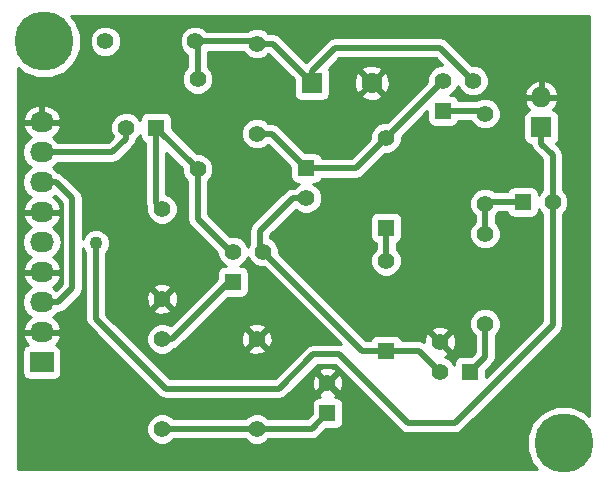
<source format=gbl>
G04 #@! TF.FileFunction,Copper,L2,Bot,Signal*
%FSLAX45Y45*%
G04 Gerber Fmt 4.5, Leading zero omitted, Abs format (unit mm)*
G04 Created by KiCad (PCBNEW (2015-01-25 BZR 5388)-product) date Mo 03 Aug 2015 14:18:17 CEST*
%MOMM*%
G01*
G04 APERTURE LIST*
%ADD10C,0.150000*%
%ADD11C,5.001260*%
%ADD12C,1.397000*%
%ADD13R,1.422400X1.422400*%
%ADD14C,1.422400*%
%ADD15R,2.032000X1.727200*%
%ADD16O,2.032000X1.727200*%
%ADD17R,1.727200X1.727200*%
%ADD18O,1.727200X1.727200*%
%ADD19R,1.397000X1.397000*%
%ADD20R,1.778000X1.778000*%
%ADD21C,1.778000*%
%ADD22C,1.089660*%
%ADD23C,0.508000*%
%ADD24C,0.254000*%
G04 APERTURE END LIST*
D10*
D11*
X17100042Y-9900158D03*
X12700000Y-6499860D03*
D12*
X13999972Y-6818884D03*
X13999972Y-7580884D03*
X16433800Y-7112000D03*
X16433800Y-7874000D03*
X16433800Y-8128000D03*
X16433800Y-8890000D03*
X13699998Y-7918958D03*
X13699998Y-8680958D03*
X14500098Y-6518910D03*
X14500098Y-7280910D03*
X13218922Y-6500114D03*
X13980922Y-6500114D03*
X13699998Y-9019032D03*
X13699998Y-9781032D03*
X14500098Y-9781032D03*
X14500098Y-9019032D03*
D13*
X15595600Y-9118600D03*
D14*
X15595600Y-8356600D03*
D13*
X15595600Y-8077200D03*
D14*
X15595600Y-7315200D03*
D15*
X12680000Y-9216000D03*
D16*
X12680000Y-8962000D03*
X12680000Y-8708000D03*
X12680000Y-8454000D03*
X12680000Y-8200000D03*
X12680000Y-7946000D03*
X12680000Y-7692000D03*
X12680000Y-7438000D03*
X12680000Y-7184000D03*
D17*
X16910000Y-7227000D03*
D18*
X16910000Y-6973000D03*
D19*
X13647000Y-7230000D03*
D12*
X13393000Y-7230000D03*
D19*
X14920000Y-7573000D03*
D12*
X14920000Y-7827000D03*
D19*
X15100000Y-9647000D03*
D12*
X15100000Y-9393000D03*
D20*
X14966000Y-6850000D03*
D21*
X15474000Y-6850000D03*
D19*
X16753000Y-7860000D03*
D12*
X17007000Y-7860000D03*
D19*
X16306800Y-9296400D03*
D12*
X16052800Y-9296400D03*
X16052800Y-9042400D03*
D19*
X16078200Y-7086600D03*
D12*
X16078200Y-6832600D03*
X16332200Y-6832600D03*
D19*
X14300200Y-8534400D03*
D12*
X14300200Y-8280400D03*
X14554200Y-8280400D03*
D22*
X13140000Y-8210000D03*
D23*
X13999972Y-7999984D02*
X14273022Y-8273034D01*
X13999972Y-7580884D02*
X13999972Y-7999984D01*
X13647000Y-7230000D02*
X13649088Y-7230000D01*
X13649088Y-7230000D02*
X13999972Y-7580884D01*
X13647000Y-7230000D02*
X13647000Y-7865960D01*
X13647000Y-7865960D02*
X13699998Y-7918958D01*
X13278000Y-7438000D02*
X13393000Y-7323000D01*
X13393000Y-7323000D02*
X13393000Y-7230000D01*
X12680000Y-7438000D02*
X13278000Y-7438000D01*
X15595600Y-7315200D02*
X16078200Y-6832600D01*
X14920000Y-7573000D02*
X15337800Y-7573000D01*
X15337800Y-7573000D02*
X15595600Y-7315200D01*
X14627910Y-7280910D02*
X14920000Y-7573000D01*
X14500098Y-7280910D02*
X14627910Y-7280910D01*
X15595600Y-9118600D02*
X15875000Y-9118600D01*
X15875000Y-9118600D02*
X16052800Y-9296400D01*
X14527022Y-8273034D02*
X14546834Y-8273034D01*
X14546834Y-8273034D02*
X15392400Y-9118600D01*
X15392400Y-9118600D02*
X15595600Y-9118600D01*
X14920000Y-7827000D02*
X14804400Y-7827000D01*
X14527022Y-8104378D02*
X14527022Y-8273034D01*
X14804400Y-7827000D02*
X14527022Y-8104378D01*
X13699998Y-9781032D02*
X14500098Y-9781032D01*
X14965968Y-9781032D02*
X15100000Y-9647000D01*
X14500098Y-9781032D02*
X14965968Y-9781032D01*
X14966000Y-6850000D02*
X14966000Y-6751000D01*
X16052800Y-6553200D02*
X16332200Y-6832600D01*
X15163800Y-6553200D02*
X16052800Y-6553200D01*
X14966000Y-6751000D02*
X15163800Y-6553200D01*
X14966000Y-6850000D02*
X15019400Y-6850000D01*
X13999972Y-6519164D02*
X13980922Y-6500114D01*
X13980922Y-6500114D02*
X14481302Y-6500114D01*
X13999972Y-6818884D02*
X13999972Y-6519164D01*
X14634910Y-6518910D02*
X14966000Y-6850000D01*
X14500098Y-6518910D02*
X14634910Y-6518910D01*
X14966000Y-6850000D02*
X15020000Y-6850000D01*
X16433800Y-7874000D02*
X16433800Y-8128000D01*
X16753000Y-7860000D02*
X16447800Y-7860000D01*
X16447800Y-7860000D02*
X16433800Y-7874000D01*
X17007000Y-7463000D02*
X16910000Y-7366000D01*
X16910000Y-7366000D02*
X16910000Y-7227000D01*
X17007000Y-7860000D02*
X17007000Y-7463000D01*
X17007000Y-8903000D02*
X16180000Y-9730000D01*
X16180000Y-9730000D02*
X15780000Y-9730000D01*
X15780000Y-9730000D02*
X15200000Y-9150000D01*
X15200000Y-9150000D02*
X14980000Y-9150000D01*
X14980000Y-9150000D02*
X14690000Y-9440000D01*
X14690000Y-9440000D02*
X13730000Y-9440000D01*
X13730000Y-9440000D02*
X13140000Y-8850000D01*
X13140000Y-8850000D02*
X13140000Y-8210000D01*
X17007000Y-7860000D02*
X17007000Y-8903000D01*
X15595600Y-8077200D02*
X15595600Y-8356600D01*
X12680000Y-7692000D02*
X12802000Y-7692000D01*
X12822000Y-8708000D02*
X12680000Y-8708000D01*
X12940000Y-8590000D02*
X12822000Y-8708000D01*
X12940000Y-7830000D02*
X12940000Y-8590000D01*
X12802000Y-7692000D02*
X12940000Y-7830000D01*
X13781024Y-9019032D02*
X14273022Y-8527034D01*
X13699998Y-9019032D02*
X13781024Y-9019032D01*
X16078200Y-7086600D02*
X16408400Y-7086600D01*
X16408400Y-7086600D02*
X16433800Y-7112000D01*
X16433800Y-8890000D02*
X16433800Y-9169400D01*
X16433800Y-9169400D02*
X16306800Y-9296400D01*
D24*
G36*
X15211455Y-9063379D02*
X15200000Y-9061100D01*
X14980000Y-9061100D01*
X14945979Y-9067867D01*
X14917138Y-9087138D01*
X14653176Y-9351100D01*
X14634691Y-9351100D01*
X14634691Y-9038284D01*
X14631813Y-8985312D01*
X14617078Y-8949739D01*
X14593517Y-8943574D01*
X14575556Y-8961534D01*
X14575556Y-8925613D01*
X14569391Y-8902052D01*
X14519350Y-8884439D01*
X14466378Y-8887317D01*
X14430805Y-8902052D01*
X14424640Y-8925613D01*
X14500098Y-9001072D01*
X14575556Y-8925613D01*
X14575556Y-8961534D01*
X14518058Y-9019032D01*
X14593517Y-9094490D01*
X14617078Y-9088325D01*
X14634691Y-9038284D01*
X14634691Y-9351100D01*
X14575556Y-9351100D01*
X14575556Y-9112451D01*
X14500098Y-9036993D01*
X14482137Y-9054953D01*
X14482137Y-9019032D01*
X14406679Y-8943574D01*
X14383118Y-8949739D01*
X14365505Y-8999780D01*
X14368383Y-9052752D01*
X14383118Y-9088325D01*
X14406679Y-9094490D01*
X14482137Y-9019032D01*
X14482137Y-9054953D01*
X14424640Y-9112451D01*
X14430805Y-9136012D01*
X14480846Y-9153625D01*
X14533818Y-9150747D01*
X14569391Y-9136012D01*
X14575556Y-9112451D01*
X14575556Y-9351100D01*
X13766824Y-9351100D01*
X13228900Y-8813176D01*
X13228900Y-8287963D01*
X13239963Y-8276919D01*
X13257962Y-8233571D01*
X13258003Y-8186635D01*
X13240079Y-8143255D01*
X13206919Y-8110037D01*
X13163571Y-8092037D01*
X13116635Y-8091997D01*
X13073255Y-8109921D01*
X13040037Y-8143081D01*
X13028900Y-8169902D01*
X13028900Y-7830000D01*
X13022133Y-7795979D01*
X13022133Y-7795979D01*
X13002862Y-7767138D01*
X12864862Y-7629138D01*
X12836021Y-7609867D01*
X12817967Y-7606276D01*
X12804441Y-7586033D01*
X12772963Y-7565000D01*
X12804441Y-7543967D01*
X12815845Y-7526900D01*
X13278000Y-7526900D01*
X13312020Y-7520133D01*
X13312021Y-7520133D01*
X13340862Y-7500862D01*
X13455862Y-7385862D01*
X13475133Y-7357021D01*
X13475133Y-7357020D01*
X13480243Y-7331330D01*
X13480243Y-7331330D01*
X13505983Y-7305635D01*
X13512406Y-7290166D01*
X13512406Y-7299850D01*
X13517104Y-7324062D01*
X13531083Y-7345343D01*
X13552186Y-7359588D01*
X13558100Y-7360774D01*
X13558100Y-7865960D01*
X13564867Y-7899981D01*
X13566662Y-7902667D01*
X13566662Y-7902667D01*
X13566625Y-7945367D01*
X13586883Y-7994396D01*
X13624363Y-8031941D01*
X13673357Y-8052285D01*
X13726407Y-8052331D01*
X13775436Y-8032073D01*
X13812981Y-7994593D01*
X13833325Y-7945599D01*
X13833371Y-7892549D01*
X13813113Y-7843520D01*
X13775633Y-7805975D01*
X13735900Y-7789476D01*
X13735900Y-7442536D01*
X13866628Y-7573264D01*
X13866599Y-7607293D01*
X13886857Y-7656322D01*
X13911072Y-7680579D01*
X13911072Y-7999984D01*
X13917839Y-8034005D01*
X13937110Y-8062846D01*
X14166839Y-8292575D01*
X14166827Y-8306809D01*
X14187085Y-8355838D01*
X14224565Y-8393383D01*
X14240034Y-8399806D01*
X14230350Y-8399806D01*
X14206138Y-8404504D01*
X14184857Y-8418483D01*
X14170612Y-8439586D01*
X14165606Y-8464550D01*
X14165606Y-8508726D01*
X13834591Y-8839742D01*
X13834591Y-8700210D01*
X13831713Y-8647238D01*
X13816978Y-8611665D01*
X13793417Y-8605500D01*
X13775456Y-8623460D01*
X13775456Y-8587539D01*
X13769291Y-8563978D01*
X13719250Y-8546365D01*
X13666278Y-8549243D01*
X13630705Y-8563978D01*
X13624540Y-8587539D01*
X13699998Y-8662998D01*
X13775456Y-8587539D01*
X13775456Y-8623460D01*
X13717958Y-8680958D01*
X13793417Y-8756416D01*
X13816978Y-8750251D01*
X13834591Y-8700210D01*
X13834591Y-8839742D01*
X13775456Y-8898876D01*
X13775456Y-8774377D01*
X13699998Y-8698919D01*
X13682037Y-8716879D01*
X13682037Y-8680958D01*
X13606579Y-8605500D01*
X13583018Y-8611665D01*
X13565405Y-8661706D01*
X13568283Y-8714678D01*
X13583018Y-8750251D01*
X13606579Y-8756416D01*
X13682037Y-8680958D01*
X13682037Y-8716879D01*
X13624540Y-8774377D01*
X13630705Y-8797938D01*
X13680746Y-8815551D01*
X13733718Y-8812673D01*
X13769291Y-8797938D01*
X13775456Y-8774377D01*
X13775456Y-8898876D01*
X13770440Y-8903893D01*
X13726639Y-8885705D01*
X13673589Y-8885659D01*
X13624560Y-8905917D01*
X13587015Y-8943397D01*
X13566671Y-8992391D01*
X13566625Y-9045441D01*
X13586883Y-9094470D01*
X13624363Y-9132015D01*
X13673357Y-9152359D01*
X13726407Y-9152405D01*
X13775436Y-9132147D01*
X13804338Y-9103294D01*
X13815044Y-9101165D01*
X13815045Y-9101165D01*
X13843886Y-9081894D01*
X14256786Y-8668994D01*
X14370050Y-8668994D01*
X14394262Y-8664296D01*
X14415543Y-8650317D01*
X14429788Y-8629214D01*
X14434794Y-8604250D01*
X14434794Y-8464550D01*
X14430096Y-8440338D01*
X14416117Y-8419057D01*
X14395014Y-8404812D01*
X14370050Y-8399806D01*
X14360412Y-8399806D01*
X14375638Y-8393515D01*
X14413183Y-8356035D01*
X14427209Y-8322255D01*
X14441085Y-8355838D01*
X14478565Y-8393383D01*
X14527559Y-8413727D01*
X14561833Y-8413757D01*
X15211455Y-9063379D01*
X15211455Y-9063379D01*
G37*
X15211455Y-9063379D02*
X15200000Y-9061100D01*
X14980000Y-9061100D01*
X14945979Y-9067867D01*
X14917138Y-9087138D01*
X14653176Y-9351100D01*
X14634691Y-9351100D01*
X14634691Y-9038284D01*
X14631813Y-8985312D01*
X14617078Y-8949739D01*
X14593517Y-8943574D01*
X14575556Y-8961534D01*
X14575556Y-8925613D01*
X14569391Y-8902052D01*
X14519350Y-8884439D01*
X14466378Y-8887317D01*
X14430805Y-8902052D01*
X14424640Y-8925613D01*
X14500098Y-9001072D01*
X14575556Y-8925613D01*
X14575556Y-8961534D01*
X14518058Y-9019032D01*
X14593517Y-9094490D01*
X14617078Y-9088325D01*
X14634691Y-9038284D01*
X14634691Y-9351100D01*
X14575556Y-9351100D01*
X14575556Y-9112451D01*
X14500098Y-9036993D01*
X14482137Y-9054953D01*
X14482137Y-9019032D01*
X14406679Y-8943574D01*
X14383118Y-8949739D01*
X14365505Y-8999780D01*
X14368383Y-9052752D01*
X14383118Y-9088325D01*
X14406679Y-9094490D01*
X14482137Y-9019032D01*
X14482137Y-9054953D01*
X14424640Y-9112451D01*
X14430805Y-9136012D01*
X14480846Y-9153625D01*
X14533818Y-9150747D01*
X14569391Y-9136012D01*
X14575556Y-9112451D01*
X14575556Y-9351100D01*
X13766824Y-9351100D01*
X13228900Y-8813176D01*
X13228900Y-8287963D01*
X13239963Y-8276919D01*
X13257962Y-8233571D01*
X13258003Y-8186635D01*
X13240079Y-8143255D01*
X13206919Y-8110037D01*
X13163571Y-8092037D01*
X13116635Y-8091997D01*
X13073255Y-8109921D01*
X13040037Y-8143081D01*
X13028900Y-8169902D01*
X13028900Y-7830000D01*
X13022133Y-7795979D01*
X13022133Y-7795979D01*
X13002862Y-7767138D01*
X12864862Y-7629138D01*
X12836021Y-7609867D01*
X12817967Y-7606276D01*
X12804441Y-7586033D01*
X12772963Y-7565000D01*
X12804441Y-7543967D01*
X12815845Y-7526900D01*
X13278000Y-7526900D01*
X13312020Y-7520133D01*
X13312021Y-7520133D01*
X13340862Y-7500862D01*
X13455862Y-7385862D01*
X13475133Y-7357021D01*
X13475133Y-7357020D01*
X13480243Y-7331330D01*
X13480243Y-7331330D01*
X13505983Y-7305635D01*
X13512406Y-7290166D01*
X13512406Y-7299850D01*
X13517104Y-7324062D01*
X13531083Y-7345343D01*
X13552186Y-7359588D01*
X13558100Y-7360774D01*
X13558100Y-7865960D01*
X13564867Y-7899981D01*
X13566662Y-7902667D01*
X13566662Y-7902667D01*
X13566625Y-7945367D01*
X13586883Y-7994396D01*
X13624363Y-8031941D01*
X13673357Y-8052285D01*
X13726407Y-8052331D01*
X13775436Y-8032073D01*
X13812981Y-7994593D01*
X13833325Y-7945599D01*
X13833371Y-7892549D01*
X13813113Y-7843520D01*
X13775633Y-7805975D01*
X13735900Y-7789476D01*
X13735900Y-7442536D01*
X13866628Y-7573264D01*
X13866599Y-7607293D01*
X13886857Y-7656322D01*
X13911072Y-7680579D01*
X13911072Y-7999984D01*
X13917839Y-8034005D01*
X13937110Y-8062846D01*
X14166839Y-8292575D01*
X14166827Y-8306809D01*
X14187085Y-8355838D01*
X14224565Y-8393383D01*
X14240034Y-8399806D01*
X14230350Y-8399806D01*
X14206138Y-8404504D01*
X14184857Y-8418483D01*
X14170612Y-8439586D01*
X14165606Y-8464550D01*
X14165606Y-8508726D01*
X13834591Y-8839742D01*
X13834591Y-8700210D01*
X13831713Y-8647238D01*
X13816978Y-8611665D01*
X13793417Y-8605500D01*
X13775456Y-8623460D01*
X13775456Y-8587539D01*
X13769291Y-8563978D01*
X13719250Y-8546365D01*
X13666278Y-8549243D01*
X13630705Y-8563978D01*
X13624540Y-8587539D01*
X13699998Y-8662998D01*
X13775456Y-8587539D01*
X13775456Y-8623460D01*
X13717958Y-8680958D01*
X13793417Y-8756416D01*
X13816978Y-8750251D01*
X13834591Y-8700210D01*
X13834591Y-8839742D01*
X13775456Y-8898876D01*
X13775456Y-8774377D01*
X13699998Y-8698919D01*
X13682037Y-8716879D01*
X13682037Y-8680958D01*
X13606579Y-8605500D01*
X13583018Y-8611665D01*
X13565405Y-8661706D01*
X13568283Y-8714678D01*
X13583018Y-8750251D01*
X13606579Y-8756416D01*
X13682037Y-8680958D01*
X13682037Y-8716879D01*
X13624540Y-8774377D01*
X13630705Y-8797938D01*
X13680746Y-8815551D01*
X13733718Y-8812673D01*
X13769291Y-8797938D01*
X13775456Y-8774377D01*
X13775456Y-8898876D01*
X13770440Y-8903893D01*
X13726639Y-8885705D01*
X13673589Y-8885659D01*
X13624560Y-8905917D01*
X13587015Y-8943397D01*
X13566671Y-8992391D01*
X13566625Y-9045441D01*
X13586883Y-9094470D01*
X13624363Y-9132015D01*
X13673357Y-9152359D01*
X13726407Y-9152405D01*
X13775436Y-9132147D01*
X13804338Y-9103294D01*
X13815044Y-9101165D01*
X13815045Y-9101165D01*
X13843886Y-9081894D01*
X14256786Y-8668994D01*
X14370050Y-8668994D01*
X14394262Y-8664296D01*
X14415543Y-8650317D01*
X14429788Y-8629214D01*
X14434794Y-8604250D01*
X14434794Y-8464550D01*
X14430096Y-8440338D01*
X14416117Y-8419057D01*
X14395014Y-8404812D01*
X14370050Y-8399806D01*
X14360412Y-8399806D01*
X14375638Y-8393515D01*
X14413183Y-8356035D01*
X14427209Y-8322255D01*
X14441085Y-8355838D01*
X14478565Y-8393383D01*
X14527559Y-8413727D01*
X14561833Y-8413757D01*
X15211455Y-9063379D01*
G36*
X17317466Y-9674129D02*
X17277893Y-9634487D01*
X17162687Y-9586650D01*
X17140373Y-9586630D01*
X17140373Y-7833591D01*
X17120115Y-7784562D01*
X17095900Y-7760305D01*
X17095900Y-7463000D01*
X17089133Y-7428979D01*
X17089133Y-7428979D01*
X17069862Y-7400138D01*
X17034187Y-7364463D01*
X17041853Y-7359427D01*
X17056098Y-7338324D01*
X17061104Y-7313360D01*
X17061104Y-7140640D01*
X17056406Y-7116428D01*
X17042427Y-7095147D01*
X17021324Y-7080902D01*
X17012186Y-7079070D01*
X17038269Y-7050495D01*
X17055496Y-7008903D01*
X17055496Y-6937097D01*
X17038269Y-6895505D01*
X16998849Y-6852318D01*
X16945903Y-6827503D01*
X16922700Y-6839553D01*
X16922700Y-6960300D01*
X17043382Y-6960300D01*
X17055496Y-6937097D01*
X17055496Y-7008903D01*
X17043382Y-6985700D01*
X16922700Y-6985700D01*
X16922700Y-6987700D01*
X16897300Y-6987700D01*
X16897300Y-6985700D01*
X16897300Y-6960300D01*
X16897300Y-6839553D01*
X16874097Y-6827503D01*
X16821151Y-6852318D01*
X16781731Y-6895505D01*
X16764504Y-6937097D01*
X16776618Y-6960300D01*
X16897300Y-6960300D01*
X16897300Y-6985700D01*
X16776618Y-6985700D01*
X16764504Y-7008903D01*
X16781731Y-7050495D01*
X16807733Y-7078982D01*
X16799428Y-7080594D01*
X16778147Y-7094573D01*
X16763902Y-7115676D01*
X16758896Y-7140640D01*
X16758896Y-7313360D01*
X16763594Y-7337572D01*
X16777573Y-7358853D01*
X16798676Y-7373098D01*
X16823502Y-7378076D01*
X16827867Y-7400021D01*
X16847138Y-7428862D01*
X16918100Y-7499824D01*
X16918100Y-7760324D01*
X16894017Y-7784365D01*
X16887594Y-7799834D01*
X16887594Y-7790150D01*
X16882896Y-7765938D01*
X16868917Y-7744657D01*
X16847814Y-7730412D01*
X16822850Y-7725406D01*
X16683150Y-7725406D01*
X16658938Y-7730104D01*
X16637657Y-7744083D01*
X16623412Y-7765186D01*
X16622226Y-7771100D01*
X16519500Y-7771100D01*
X16509435Y-7761017D01*
X16460441Y-7740673D01*
X16407391Y-7740627D01*
X16358362Y-7760885D01*
X16320817Y-7798365D01*
X16300473Y-7847359D01*
X16300427Y-7900409D01*
X16320685Y-7949438D01*
X16344900Y-7973695D01*
X16344900Y-8028324D01*
X16320817Y-8052365D01*
X16300473Y-8101359D01*
X16300427Y-8154409D01*
X16320685Y-8203438D01*
X16358165Y-8240983D01*
X16407159Y-8261327D01*
X16460209Y-8261373D01*
X16509238Y-8241115D01*
X16546783Y-8203635D01*
X16567127Y-8154641D01*
X16567173Y-8101591D01*
X16546915Y-8052562D01*
X16522700Y-8028305D01*
X16522700Y-7973676D01*
X16546783Y-7949635D01*
X16547088Y-7948900D01*
X16622102Y-7948900D01*
X16623104Y-7954062D01*
X16637083Y-7975343D01*
X16658186Y-7989588D01*
X16683150Y-7994594D01*
X16822850Y-7994594D01*
X16847062Y-7989896D01*
X16868343Y-7975917D01*
X16882588Y-7954814D01*
X16887594Y-7929850D01*
X16887594Y-7920212D01*
X16893885Y-7935438D01*
X16918100Y-7959695D01*
X16918100Y-8866176D01*
X16441394Y-9342882D01*
X16441394Y-9287530D01*
X16496662Y-9232262D01*
X16515933Y-9203421D01*
X16515933Y-9203421D01*
X16522700Y-9169400D01*
X16522700Y-8989676D01*
X16546783Y-8965635D01*
X16567127Y-8916641D01*
X16567173Y-8863591D01*
X16546915Y-8814562D01*
X16509435Y-8777017D01*
X16460441Y-8756673D01*
X16407391Y-8756627D01*
X16358362Y-8776885D01*
X16320817Y-8814365D01*
X16300473Y-8863359D01*
X16300427Y-8916409D01*
X16320685Y-8965438D01*
X16344900Y-8989695D01*
X16344900Y-9132576D01*
X16315670Y-9161806D01*
X16236950Y-9161806D01*
X16212738Y-9166504D01*
X16191457Y-9180483D01*
X16187393Y-9186504D01*
X16187393Y-9061652D01*
X16184515Y-9008680D01*
X16169780Y-8973107D01*
X16146219Y-8966942D01*
X16128258Y-8984902D01*
X16128258Y-8948981D01*
X16122093Y-8925420D01*
X16072052Y-8907807D01*
X16019080Y-8910685D01*
X15983507Y-8925420D01*
X15977342Y-8948981D01*
X16052800Y-9024440D01*
X16128258Y-8948981D01*
X16128258Y-8984902D01*
X16070760Y-9042400D01*
X16146219Y-9117858D01*
X16169780Y-9111693D01*
X16187393Y-9061652D01*
X16187393Y-9186504D01*
X16177212Y-9201586D01*
X16172206Y-9226550D01*
X16172206Y-9236188D01*
X16165915Y-9220962D01*
X16128435Y-9183417D01*
X16096288Y-9170069D01*
X16122093Y-9159380D01*
X16128258Y-9135819D01*
X16052800Y-9060361D01*
X16051386Y-9061775D01*
X16033425Y-9043814D01*
X16034839Y-9042400D01*
X15959381Y-8966942D01*
X15935820Y-8973107D01*
X15918207Y-9023148D01*
X15919304Y-9043338D01*
X15909021Y-9036467D01*
X15875000Y-9029700D01*
X15731464Y-9029700D01*
X15731464Y-8148320D01*
X15731464Y-8006080D01*
X15726766Y-7981868D01*
X15712787Y-7960587D01*
X15691684Y-7946342D01*
X15666720Y-7941336D01*
X15524480Y-7941336D01*
X15500268Y-7946034D01*
X15478987Y-7960013D01*
X15464742Y-7981116D01*
X15459736Y-8006080D01*
X15459736Y-8148320D01*
X15464434Y-8172532D01*
X15478413Y-8193813D01*
X15499516Y-8208058D01*
X15506700Y-8209498D01*
X15506700Y-8255129D01*
X15481541Y-8280244D01*
X15461003Y-8329705D01*
X15460957Y-8383260D01*
X15481408Y-8432757D01*
X15519244Y-8470659D01*
X15568705Y-8491197D01*
X15622260Y-8491243D01*
X15671756Y-8470792D01*
X15709659Y-8432956D01*
X15730197Y-8383495D01*
X15730243Y-8329940D01*
X15709792Y-8280443D01*
X15684500Y-8255107D01*
X15684500Y-8209614D01*
X15690932Y-8208366D01*
X15712213Y-8194387D01*
X15726458Y-8173284D01*
X15731464Y-8148320D01*
X15731464Y-9029700D01*
X15728014Y-9029700D01*
X15726766Y-9023268D01*
X15712787Y-9001987D01*
X15691684Y-8987742D01*
X15666720Y-8982736D01*
X15524480Y-8982736D01*
X15500268Y-8987434D01*
X15478987Y-9001413D01*
X15464742Y-9022516D01*
X15463302Y-9029700D01*
X15429224Y-9029700D01*
X14687543Y-8288020D01*
X14687573Y-8253991D01*
X14667315Y-8204962D01*
X14629835Y-8167417D01*
X14615922Y-8161640D01*
X14615922Y-8141202D01*
X14830765Y-7926359D01*
X14844365Y-7939983D01*
X14893359Y-7960327D01*
X14946409Y-7960373D01*
X14995438Y-7940115D01*
X15032983Y-7902635D01*
X15053327Y-7853641D01*
X15053373Y-7800591D01*
X15033115Y-7751562D01*
X14995635Y-7714017D01*
X14980166Y-7707594D01*
X14989850Y-7707594D01*
X15014062Y-7702896D01*
X15035343Y-7688917D01*
X15049588Y-7667814D01*
X15050774Y-7661900D01*
X15337800Y-7661900D01*
X15371820Y-7655133D01*
X15371821Y-7655133D01*
X15400662Y-7635862D01*
X15586711Y-7449812D01*
X15622260Y-7449843D01*
X15671756Y-7429392D01*
X15709659Y-7391556D01*
X15730197Y-7342095D01*
X15730228Y-7306296D01*
X15943606Y-7092918D01*
X15943606Y-7156450D01*
X15948304Y-7180662D01*
X15962283Y-7201943D01*
X15983386Y-7216188D01*
X16008350Y-7221194D01*
X16148050Y-7221194D01*
X16172262Y-7216496D01*
X16193543Y-7202517D01*
X16207788Y-7181414D01*
X16208974Y-7175500D01*
X16315753Y-7175500D01*
X16320685Y-7187438D01*
X16358165Y-7224983D01*
X16407159Y-7245327D01*
X16460209Y-7245373D01*
X16509238Y-7225115D01*
X16546783Y-7187635D01*
X16567127Y-7138641D01*
X16567173Y-7085591D01*
X16546915Y-7036562D01*
X16509435Y-6999017D01*
X16460441Y-6978673D01*
X16407391Y-6978627D01*
X16361231Y-6997700D01*
X16209098Y-6997700D01*
X16208096Y-6992538D01*
X16194117Y-6971257D01*
X16173014Y-6957012D01*
X16148050Y-6952006D01*
X16138412Y-6952006D01*
X16153638Y-6945715D01*
X16191183Y-6908235D01*
X16205209Y-6874455D01*
X16219085Y-6908038D01*
X16256565Y-6945583D01*
X16305559Y-6965927D01*
X16358609Y-6965973D01*
X16407638Y-6945715D01*
X16445183Y-6908235D01*
X16465527Y-6859241D01*
X16465573Y-6806191D01*
X16445315Y-6757162D01*
X16407835Y-6719617D01*
X16358841Y-6699273D01*
X16324567Y-6699243D01*
X16115662Y-6490338D01*
X16086821Y-6471067D01*
X16052800Y-6464300D01*
X15163800Y-6464300D01*
X15129779Y-6471067D01*
X15100938Y-6490338D01*
X14916500Y-6674776D01*
X14697772Y-6456048D01*
X14668931Y-6436777D01*
X14634910Y-6430010D01*
X14599774Y-6430010D01*
X14575733Y-6405927D01*
X14526739Y-6385583D01*
X14473689Y-6385537D01*
X14424660Y-6405795D01*
X14419232Y-6411214D01*
X14080598Y-6411214D01*
X14056557Y-6387131D01*
X14007563Y-6366787D01*
X13954513Y-6366741D01*
X13905484Y-6386999D01*
X13867939Y-6424479D01*
X13847595Y-6473473D01*
X13847549Y-6526523D01*
X13867807Y-6575552D01*
X13905287Y-6613097D01*
X13911072Y-6615499D01*
X13911072Y-6719208D01*
X13886989Y-6743249D01*
X13866645Y-6792243D01*
X13866599Y-6845293D01*
X13886857Y-6894322D01*
X13924337Y-6931867D01*
X13973331Y-6952211D01*
X14026381Y-6952257D01*
X14075410Y-6931999D01*
X14112955Y-6894519D01*
X14133299Y-6845525D01*
X14133345Y-6792475D01*
X14113087Y-6743446D01*
X14088872Y-6719189D01*
X14088872Y-6589014D01*
X14384779Y-6589014D01*
X14386983Y-6594348D01*
X14424463Y-6631893D01*
X14473457Y-6652237D01*
X14526507Y-6652283D01*
X14575536Y-6632025D01*
X14598939Y-6608662D01*
X14812356Y-6822080D01*
X14812356Y-6938900D01*
X14817054Y-6963112D01*
X14831033Y-6984393D01*
X14852136Y-6998638D01*
X14877100Y-7003644D01*
X15054900Y-7003644D01*
X15079112Y-6998946D01*
X15100393Y-6984967D01*
X15114638Y-6963864D01*
X15119644Y-6938900D01*
X15119644Y-6761100D01*
X15114946Y-6736888D01*
X15111334Y-6731389D01*
X15200624Y-6642100D01*
X16015976Y-6642100D01*
X16073122Y-6699245D01*
X16051791Y-6699227D01*
X16002762Y-6719485D01*
X15965217Y-6756965D01*
X15944873Y-6805959D01*
X15944843Y-6840233D01*
X15627552Y-7157525D01*
X15627552Y-6873803D01*
X15624972Y-6813230D01*
X15606754Y-6769247D01*
X15581220Y-6760741D01*
X15563259Y-6778701D01*
X15563259Y-6742780D01*
X15554753Y-6717246D01*
X15497803Y-6696448D01*
X15437230Y-6699028D01*
X15393247Y-6717246D01*
X15384741Y-6742780D01*
X15474000Y-6832039D01*
X15563259Y-6742780D01*
X15563259Y-6778701D01*
X15491960Y-6850000D01*
X15581220Y-6939259D01*
X15606754Y-6930753D01*
X15627552Y-6873803D01*
X15627552Y-7157525D01*
X15604489Y-7180588D01*
X15568940Y-7180557D01*
X15563259Y-7182904D01*
X15563259Y-6957220D01*
X15474000Y-6867960D01*
X15456039Y-6885921D01*
X15456039Y-6850000D01*
X15366780Y-6760741D01*
X15341246Y-6769247D01*
X15320448Y-6826196D01*
X15323028Y-6886770D01*
X15341246Y-6930753D01*
X15366780Y-6939259D01*
X15456039Y-6850000D01*
X15456039Y-6885921D01*
X15384741Y-6957220D01*
X15393247Y-6982754D01*
X15450196Y-7003552D01*
X15510770Y-7000972D01*
X15554753Y-6982754D01*
X15563259Y-6957220D01*
X15563259Y-7182904D01*
X15519443Y-7201008D01*
X15481541Y-7238844D01*
X15461003Y-7288305D01*
X15460972Y-7324104D01*
X15300976Y-7484100D01*
X15050898Y-7484100D01*
X15049896Y-7478938D01*
X15035917Y-7457657D01*
X15014814Y-7443412D01*
X14989850Y-7438406D01*
X14911130Y-7438406D01*
X14690772Y-7218048D01*
X14661931Y-7198777D01*
X14627910Y-7192010D01*
X14599774Y-7192010D01*
X14575733Y-7167927D01*
X14526739Y-7147583D01*
X14473689Y-7147537D01*
X14424660Y-7167795D01*
X14387115Y-7205275D01*
X14366771Y-7254269D01*
X14366725Y-7307319D01*
X14386983Y-7356348D01*
X14424463Y-7393893D01*
X14473457Y-7414237D01*
X14526507Y-7414283D01*
X14575536Y-7394025D01*
X14595436Y-7374159D01*
X14785406Y-7564130D01*
X14785406Y-7642850D01*
X14790104Y-7667062D01*
X14804083Y-7688343D01*
X14825186Y-7702588D01*
X14850150Y-7707594D01*
X14859788Y-7707594D01*
X14844562Y-7713885D01*
X14820305Y-7738100D01*
X14804400Y-7738100D01*
X14770379Y-7744867D01*
X14741538Y-7764138D01*
X14464160Y-8041516D01*
X14444889Y-8070357D01*
X14438122Y-8104378D01*
X14438122Y-8212219D01*
X14427191Y-8238545D01*
X14413315Y-8204962D01*
X14375835Y-8167417D01*
X14326841Y-8147073D01*
X14273791Y-8147027D01*
X14273046Y-8147335D01*
X14088872Y-7963160D01*
X14088872Y-7680560D01*
X14112955Y-7656519D01*
X14133299Y-7607525D01*
X14133345Y-7554475D01*
X14113087Y-7505446D01*
X14075607Y-7467901D01*
X14026613Y-7447557D01*
X13992339Y-7447527D01*
X13781594Y-7236782D01*
X13781594Y-7160150D01*
X13776896Y-7135938D01*
X13762917Y-7114657D01*
X13741814Y-7100412D01*
X13716850Y-7095406D01*
X13577150Y-7095406D01*
X13552938Y-7100104D01*
X13531657Y-7114083D01*
X13517412Y-7135186D01*
X13512406Y-7160150D01*
X13512406Y-7169788D01*
X13506115Y-7154562D01*
X13468635Y-7117017D01*
X13419641Y-7096673D01*
X13366591Y-7096627D01*
X13352295Y-7102534D01*
X13352295Y-6473705D01*
X13332037Y-6424676D01*
X13294557Y-6387131D01*
X13245563Y-6366787D01*
X13192513Y-6366741D01*
X13143484Y-6386999D01*
X13105939Y-6424479D01*
X13085595Y-6473473D01*
X13085549Y-6526523D01*
X13105807Y-6575552D01*
X13143287Y-6613097D01*
X13192281Y-6633441D01*
X13245331Y-6633487D01*
X13294360Y-6613229D01*
X13331905Y-6575749D01*
X13352249Y-6526755D01*
X13352295Y-6473705D01*
X13352295Y-7102534D01*
X13317562Y-7116885D01*
X13280017Y-7154365D01*
X13259673Y-7203359D01*
X13259627Y-7256409D01*
X13279885Y-7305438D01*
X13282360Y-7307917D01*
X13241176Y-7349100D01*
X12815845Y-7349100D01*
X12804441Y-7332033D01*
X12773493Y-7311354D01*
X12815073Y-7274204D01*
X12840471Y-7221479D01*
X12840736Y-7219903D01*
X12840736Y-7148097D01*
X12840471Y-7146521D01*
X12815073Y-7093796D01*
X12771432Y-7054805D01*
X12716191Y-7035482D01*
X12692700Y-7049908D01*
X12692700Y-7171300D01*
X12828622Y-7171300D01*
X12840736Y-7148097D01*
X12840736Y-7219903D01*
X12828622Y-7196700D01*
X12692700Y-7196700D01*
X12692700Y-7198700D01*
X12667300Y-7198700D01*
X12667300Y-7196700D01*
X12667300Y-7171300D01*
X12667300Y-7049908D01*
X12643809Y-7035482D01*
X12588568Y-7054805D01*
X12544927Y-7093796D01*
X12519529Y-7146521D01*
X12519264Y-7148097D01*
X12531378Y-7171300D01*
X12667300Y-7171300D01*
X12667300Y-7196700D01*
X12531378Y-7196700D01*
X12519264Y-7219903D01*
X12519529Y-7221479D01*
X12544927Y-7274204D01*
X12586507Y-7311354D01*
X12555558Y-7332033D01*
X12523073Y-7380651D01*
X12511665Y-7438000D01*
X12523073Y-7495349D01*
X12555558Y-7543967D01*
X12587036Y-7565000D01*
X12555558Y-7586033D01*
X12523073Y-7634651D01*
X12511665Y-7692000D01*
X12523073Y-7749349D01*
X12555558Y-7797967D01*
X12586507Y-7818646D01*
X12544927Y-7855796D01*
X12519529Y-7908521D01*
X12519264Y-7910097D01*
X12531378Y-7933300D01*
X12667300Y-7933300D01*
X12667300Y-7931300D01*
X12692700Y-7931300D01*
X12692700Y-7933300D01*
X12828622Y-7933300D01*
X12840736Y-7910097D01*
X12840471Y-7908521D01*
X12815073Y-7855796D01*
X12773493Y-7818646D01*
X12791135Y-7806858D01*
X12851100Y-7866824D01*
X12851100Y-8553176D01*
X12848334Y-8555942D01*
X12848334Y-8200000D01*
X12836927Y-8142651D01*
X12804441Y-8094033D01*
X12773493Y-8073354D01*
X12815073Y-8036204D01*
X12840471Y-7983479D01*
X12840736Y-7981903D01*
X12828622Y-7958700D01*
X12692700Y-7958700D01*
X12692700Y-7960700D01*
X12667300Y-7960700D01*
X12667300Y-7958700D01*
X12531378Y-7958700D01*
X12519264Y-7981903D01*
X12519529Y-7983479D01*
X12544927Y-8036204D01*
X12586507Y-8073354D01*
X12555558Y-8094033D01*
X12523073Y-8142651D01*
X12511665Y-8200000D01*
X12523073Y-8257349D01*
X12555558Y-8305967D01*
X12586507Y-8326646D01*
X12544927Y-8363796D01*
X12519529Y-8416521D01*
X12519264Y-8418097D01*
X12531378Y-8441300D01*
X12667300Y-8441300D01*
X12667300Y-8439300D01*
X12692700Y-8439300D01*
X12692700Y-8441300D01*
X12828622Y-8441300D01*
X12840736Y-8418097D01*
X12840471Y-8416521D01*
X12815073Y-8363796D01*
X12773493Y-8326646D01*
X12804441Y-8305967D01*
X12836927Y-8257349D01*
X12848334Y-8200000D01*
X12848334Y-8555942D01*
X12803124Y-8601153D01*
X12773493Y-8581354D01*
X12815073Y-8544204D01*
X12840471Y-8491479D01*
X12840736Y-8489903D01*
X12828622Y-8466700D01*
X12692700Y-8466700D01*
X12692700Y-8468700D01*
X12667300Y-8468700D01*
X12667300Y-8466700D01*
X12531378Y-8466700D01*
X12519264Y-8489903D01*
X12519529Y-8491479D01*
X12544927Y-8544204D01*
X12586507Y-8581354D01*
X12555558Y-8602033D01*
X12523073Y-8650651D01*
X12511665Y-8708000D01*
X12523073Y-8765349D01*
X12555558Y-8813967D01*
X12586507Y-8834646D01*
X12544927Y-8871796D01*
X12519529Y-8924521D01*
X12519264Y-8926097D01*
X12531378Y-8949300D01*
X12667300Y-8949300D01*
X12667300Y-8947300D01*
X12692700Y-8947300D01*
X12692700Y-8949300D01*
X12828622Y-8949300D01*
X12840736Y-8926097D01*
X12840471Y-8924521D01*
X12815073Y-8871796D01*
X12773493Y-8834646D01*
X12804441Y-8813967D01*
X12815845Y-8796900D01*
X12822000Y-8796900D01*
X12856020Y-8790133D01*
X12856021Y-8790133D01*
X12884862Y-8770862D01*
X13002862Y-8652862D01*
X13022133Y-8624021D01*
X13022133Y-8624021D01*
X13028900Y-8590000D01*
X13028900Y-8250073D01*
X13039921Y-8276745D01*
X13051100Y-8287944D01*
X13051100Y-8850000D01*
X13057867Y-8884021D01*
X13077138Y-8912862D01*
X13667138Y-9502862D01*
X13695979Y-9522133D01*
X13695979Y-9522133D01*
X13730000Y-9528900D01*
X14690000Y-9528900D01*
X14724020Y-9522133D01*
X14724021Y-9522133D01*
X14752862Y-9502862D01*
X15016824Y-9238900D01*
X15163176Y-9238900D01*
X15717138Y-9792862D01*
X15745979Y-9812133D01*
X15745979Y-9812133D01*
X15780000Y-9818900D01*
X16180000Y-9818900D01*
X16214020Y-9812133D01*
X16214021Y-9812133D01*
X16242862Y-9792862D01*
X17069862Y-8965862D01*
X17089133Y-8937021D01*
X17089133Y-8937021D01*
X17095900Y-8903000D01*
X17095900Y-7959676D01*
X17119983Y-7935635D01*
X17140327Y-7886641D01*
X17140373Y-7833591D01*
X17140373Y-9586630D01*
X17037944Y-9586541D01*
X16922655Y-9634177D01*
X16834371Y-9722307D01*
X16786534Y-9837513D01*
X16786425Y-9962256D01*
X16834061Y-10077545D01*
X16873775Y-10117328D01*
X15234594Y-10117328D01*
X15234594Y-9716850D01*
X15234594Y-9577150D01*
X15234593Y-9577143D01*
X15234593Y-9412252D01*
X15231715Y-9359280D01*
X15216980Y-9323707D01*
X15193419Y-9317542D01*
X15175458Y-9335502D01*
X15175458Y-9299581D01*
X15169293Y-9276020D01*
X15119252Y-9258407D01*
X15066280Y-9261285D01*
X15030707Y-9276020D01*
X15024542Y-9299581D01*
X15100000Y-9375040D01*
X15175458Y-9299581D01*
X15175458Y-9335502D01*
X15117960Y-9393000D01*
X15193419Y-9468458D01*
X15216980Y-9462293D01*
X15234593Y-9412252D01*
X15234593Y-9577143D01*
X15229896Y-9552938D01*
X15215917Y-9531657D01*
X15194814Y-9517412D01*
X15169850Y-9512406D01*
X15163436Y-9512406D01*
X15169293Y-9509980D01*
X15175458Y-9486419D01*
X15100000Y-9410961D01*
X15082039Y-9428921D01*
X15082039Y-9393000D01*
X15006581Y-9317542D01*
X14983020Y-9323707D01*
X14965407Y-9373748D01*
X14968285Y-9426720D01*
X14983020Y-9462293D01*
X15006581Y-9468458D01*
X15082039Y-9393000D01*
X15082039Y-9428921D01*
X15024542Y-9486419D01*
X15030707Y-9509980D01*
X15037600Y-9512406D01*
X15030150Y-9512406D01*
X15005938Y-9517104D01*
X14984657Y-9531083D01*
X14970412Y-9552186D01*
X14965406Y-9577150D01*
X14965406Y-9655870D01*
X14929144Y-9692132D01*
X14599774Y-9692132D01*
X14575733Y-9668049D01*
X14526739Y-9647705D01*
X14473689Y-9647659D01*
X14424660Y-9667917D01*
X14400403Y-9692132D01*
X13799674Y-9692132D01*
X13775633Y-9668049D01*
X13726639Y-9647705D01*
X13673589Y-9647659D01*
X13624560Y-9667917D01*
X13587015Y-9705397D01*
X13566671Y-9754391D01*
X13566625Y-9807441D01*
X13586883Y-9856470D01*
X13624363Y-9894015D01*
X13673357Y-9914359D01*
X13726407Y-9914405D01*
X13775436Y-9894147D01*
X13799693Y-9869932D01*
X14400422Y-9869932D01*
X14424463Y-9894015D01*
X14473457Y-9914359D01*
X14526507Y-9914405D01*
X14575536Y-9894147D01*
X14599793Y-9869932D01*
X14965968Y-9869932D01*
X14999988Y-9863165D01*
X14999989Y-9863165D01*
X15028830Y-9843894D01*
X15091130Y-9781594D01*
X15169850Y-9781594D01*
X15194062Y-9776896D01*
X15215343Y-9762917D01*
X15229588Y-9741814D01*
X15234594Y-9716850D01*
X15234594Y-10117328D01*
X12846344Y-10117328D01*
X12846344Y-9302360D01*
X12846344Y-9129640D01*
X12841646Y-9105428D01*
X12827667Y-9084147D01*
X12806564Y-9069902D01*
X12797335Y-9068052D01*
X12815073Y-9052204D01*
X12840471Y-8999479D01*
X12840736Y-8997903D01*
X12828622Y-8974700D01*
X12692700Y-8974700D01*
X12692700Y-8976700D01*
X12667300Y-8976700D01*
X12667300Y-8974700D01*
X12531378Y-8974700D01*
X12519264Y-8997903D01*
X12519529Y-8999479D01*
X12544927Y-9052204D01*
X12562570Y-9067967D01*
X12554188Y-9069594D01*
X12532907Y-9083573D01*
X12518662Y-9104676D01*
X12513656Y-9129640D01*
X12513656Y-9302360D01*
X12518354Y-9326572D01*
X12532333Y-9347853D01*
X12553436Y-9362098D01*
X12578400Y-9367104D01*
X12781600Y-9367104D01*
X12805812Y-9362406D01*
X12827093Y-9348427D01*
X12841338Y-9327324D01*
X12846344Y-9302360D01*
X12846344Y-10117328D01*
X12482576Y-10117328D01*
X12482576Y-6725889D01*
X12522149Y-6765531D01*
X12637355Y-6813368D01*
X12762098Y-6813477D01*
X12877387Y-6765841D01*
X12965671Y-6677711D01*
X13013508Y-6562505D01*
X13013617Y-6437762D01*
X12965981Y-6322473D01*
X12926014Y-6282436D01*
X17317466Y-6282436D01*
X17317466Y-9674129D01*
X17317466Y-9674129D01*
G37*
X17317466Y-9674129D02*
X17277893Y-9634487D01*
X17162687Y-9586650D01*
X17140373Y-9586630D01*
X17140373Y-7833591D01*
X17120115Y-7784562D01*
X17095900Y-7760305D01*
X17095900Y-7463000D01*
X17089133Y-7428979D01*
X17089133Y-7428979D01*
X17069862Y-7400138D01*
X17034187Y-7364463D01*
X17041853Y-7359427D01*
X17056098Y-7338324D01*
X17061104Y-7313360D01*
X17061104Y-7140640D01*
X17056406Y-7116428D01*
X17042427Y-7095147D01*
X17021324Y-7080902D01*
X17012186Y-7079070D01*
X17038269Y-7050495D01*
X17055496Y-7008903D01*
X17055496Y-6937097D01*
X17038269Y-6895505D01*
X16998849Y-6852318D01*
X16945903Y-6827503D01*
X16922700Y-6839553D01*
X16922700Y-6960300D01*
X17043382Y-6960300D01*
X17055496Y-6937097D01*
X17055496Y-7008903D01*
X17043382Y-6985700D01*
X16922700Y-6985700D01*
X16922700Y-6987700D01*
X16897300Y-6987700D01*
X16897300Y-6985700D01*
X16897300Y-6960300D01*
X16897300Y-6839553D01*
X16874097Y-6827503D01*
X16821151Y-6852318D01*
X16781731Y-6895505D01*
X16764504Y-6937097D01*
X16776618Y-6960300D01*
X16897300Y-6960300D01*
X16897300Y-6985700D01*
X16776618Y-6985700D01*
X16764504Y-7008903D01*
X16781731Y-7050495D01*
X16807733Y-7078982D01*
X16799428Y-7080594D01*
X16778147Y-7094573D01*
X16763902Y-7115676D01*
X16758896Y-7140640D01*
X16758896Y-7313360D01*
X16763594Y-7337572D01*
X16777573Y-7358853D01*
X16798676Y-7373098D01*
X16823502Y-7378076D01*
X16827867Y-7400021D01*
X16847138Y-7428862D01*
X16918100Y-7499824D01*
X16918100Y-7760324D01*
X16894017Y-7784365D01*
X16887594Y-7799834D01*
X16887594Y-7790150D01*
X16882896Y-7765938D01*
X16868917Y-7744657D01*
X16847814Y-7730412D01*
X16822850Y-7725406D01*
X16683150Y-7725406D01*
X16658938Y-7730104D01*
X16637657Y-7744083D01*
X16623412Y-7765186D01*
X16622226Y-7771100D01*
X16519500Y-7771100D01*
X16509435Y-7761017D01*
X16460441Y-7740673D01*
X16407391Y-7740627D01*
X16358362Y-7760885D01*
X16320817Y-7798365D01*
X16300473Y-7847359D01*
X16300427Y-7900409D01*
X16320685Y-7949438D01*
X16344900Y-7973695D01*
X16344900Y-8028324D01*
X16320817Y-8052365D01*
X16300473Y-8101359D01*
X16300427Y-8154409D01*
X16320685Y-8203438D01*
X16358165Y-8240983D01*
X16407159Y-8261327D01*
X16460209Y-8261373D01*
X16509238Y-8241115D01*
X16546783Y-8203635D01*
X16567127Y-8154641D01*
X16567173Y-8101591D01*
X16546915Y-8052562D01*
X16522700Y-8028305D01*
X16522700Y-7973676D01*
X16546783Y-7949635D01*
X16547088Y-7948900D01*
X16622102Y-7948900D01*
X16623104Y-7954062D01*
X16637083Y-7975343D01*
X16658186Y-7989588D01*
X16683150Y-7994594D01*
X16822850Y-7994594D01*
X16847062Y-7989896D01*
X16868343Y-7975917D01*
X16882588Y-7954814D01*
X16887594Y-7929850D01*
X16887594Y-7920212D01*
X16893885Y-7935438D01*
X16918100Y-7959695D01*
X16918100Y-8866176D01*
X16441394Y-9342882D01*
X16441394Y-9287530D01*
X16496662Y-9232262D01*
X16515933Y-9203421D01*
X16515933Y-9203421D01*
X16522700Y-9169400D01*
X16522700Y-8989676D01*
X16546783Y-8965635D01*
X16567127Y-8916641D01*
X16567173Y-8863591D01*
X16546915Y-8814562D01*
X16509435Y-8777017D01*
X16460441Y-8756673D01*
X16407391Y-8756627D01*
X16358362Y-8776885D01*
X16320817Y-8814365D01*
X16300473Y-8863359D01*
X16300427Y-8916409D01*
X16320685Y-8965438D01*
X16344900Y-8989695D01*
X16344900Y-9132576D01*
X16315670Y-9161806D01*
X16236950Y-9161806D01*
X16212738Y-9166504D01*
X16191457Y-9180483D01*
X16187393Y-9186504D01*
X16187393Y-9061652D01*
X16184515Y-9008680D01*
X16169780Y-8973107D01*
X16146219Y-8966942D01*
X16128258Y-8984902D01*
X16128258Y-8948981D01*
X16122093Y-8925420D01*
X16072052Y-8907807D01*
X16019080Y-8910685D01*
X15983507Y-8925420D01*
X15977342Y-8948981D01*
X16052800Y-9024440D01*
X16128258Y-8948981D01*
X16128258Y-8984902D01*
X16070760Y-9042400D01*
X16146219Y-9117858D01*
X16169780Y-9111693D01*
X16187393Y-9061652D01*
X16187393Y-9186504D01*
X16177212Y-9201586D01*
X16172206Y-9226550D01*
X16172206Y-9236188D01*
X16165915Y-9220962D01*
X16128435Y-9183417D01*
X16096288Y-9170069D01*
X16122093Y-9159380D01*
X16128258Y-9135819D01*
X16052800Y-9060361D01*
X16051386Y-9061775D01*
X16033425Y-9043814D01*
X16034839Y-9042400D01*
X15959381Y-8966942D01*
X15935820Y-8973107D01*
X15918207Y-9023148D01*
X15919304Y-9043338D01*
X15909021Y-9036467D01*
X15875000Y-9029700D01*
X15731464Y-9029700D01*
X15731464Y-8148320D01*
X15731464Y-8006080D01*
X15726766Y-7981868D01*
X15712787Y-7960587D01*
X15691684Y-7946342D01*
X15666720Y-7941336D01*
X15524480Y-7941336D01*
X15500268Y-7946034D01*
X15478987Y-7960013D01*
X15464742Y-7981116D01*
X15459736Y-8006080D01*
X15459736Y-8148320D01*
X15464434Y-8172532D01*
X15478413Y-8193813D01*
X15499516Y-8208058D01*
X15506700Y-8209498D01*
X15506700Y-8255129D01*
X15481541Y-8280244D01*
X15461003Y-8329705D01*
X15460957Y-8383260D01*
X15481408Y-8432757D01*
X15519244Y-8470659D01*
X15568705Y-8491197D01*
X15622260Y-8491243D01*
X15671756Y-8470792D01*
X15709659Y-8432956D01*
X15730197Y-8383495D01*
X15730243Y-8329940D01*
X15709792Y-8280443D01*
X15684500Y-8255107D01*
X15684500Y-8209614D01*
X15690932Y-8208366D01*
X15712213Y-8194387D01*
X15726458Y-8173284D01*
X15731464Y-8148320D01*
X15731464Y-9029700D01*
X15728014Y-9029700D01*
X15726766Y-9023268D01*
X15712787Y-9001987D01*
X15691684Y-8987742D01*
X15666720Y-8982736D01*
X15524480Y-8982736D01*
X15500268Y-8987434D01*
X15478987Y-9001413D01*
X15464742Y-9022516D01*
X15463302Y-9029700D01*
X15429224Y-9029700D01*
X14687543Y-8288020D01*
X14687573Y-8253991D01*
X14667315Y-8204962D01*
X14629835Y-8167417D01*
X14615922Y-8161640D01*
X14615922Y-8141202D01*
X14830765Y-7926359D01*
X14844365Y-7939983D01*
X14893359Y-7960327D01*
X14946409Y-7960373D01*
X14995438Y-7940115D01*
X15032983Y-7902635D01*
X15053327Y-7853641D01*
X15053373Y-7800591D01*
X15033115Y-7751562D01*
X14995635Y-7714017D01*
X14980166Y-7707594D01*
X14989850Y-7707594D01*
X15014062Y-7702896D01*
X15035343Y-7688917D01*
X15049588Y-7667814D01*
X15050774Y-7661900D01*
X15337800Y-7661900D01*
X15371820Y-7655133D01*
X15371821Y-7655133D01*
X15400662Y-7635862D01*
X15586711Y-7449812D01*
X15622260Y-7449843D01*
X15671756Y-7429392D01*
X15709659Y-7391556D01*
X15730197Y-7342095D01*
X15730228Y-7306296D01*
X15943606Y-7092918D01*
X15943606Y-7156450D01*
X15948304Y-7180662D01*
X15962283Y-7201943D01*
X15983386Y-7216188D01*
X16008350Y-7221194D01*
X16148050Y-7221194D01*
X16172262Y-7216496D01*
X16193543Y-7202517D01*
X16207788Y-7181414D01*
X16208974Y-7175500D01*
X16315753Y-7175500D01*
X16320685Y-7187438D01*
X16358165Y-7224983D01*
X16407159Y-7245327D01*
X16460209Y-7245373D01*
X16509238Y-7225115D01*
X16546783Y-7187635D01*
X16567127Y-7138641D01*
X16567173Y-7085591D01*
X16546915Y-7036562D01*
X16509435Y-6999017D01*
X16460441Y-6978673D01*
X16407391Y-6978627D01*
X16361231Y-6997700D01*
X16209098Y-6997700D01*
X16208096Y-6992538D01*
X16194117Y-6971257D01*
X16173014Y-6957012D01*
X16148050Y-6952006D01*
X16138412Y-6952006D01*
X16153638Y-6945715D01*
X16191183Y-6908235D01*
X16205209Y-6874455D01*
X16219085Y-6908038D01*
X16256565Y-6945583D01*
X16305559Y-6965927D01*
X16358609Y-6965973D01*
X16407638Y-6945715D01*
X16445183Y-6908235D01*
X16465527Y-6859241D01*
X16465573Y-6806191D01*
X16445315Y-6757162D01*
X16407835Y-6719617D01*
X16358841Y-6699273D01*
X16324567Y-6699243D01*
X16115662Y-6490338D01*
X16086821Y-6471067D01*
X16052800Y-6464300D01*
X15163800Y-6464300D01*
X15129779Y-6471067D01*
X15100938Y-6490338D01*
X14916500Y-6674776D01*
X14697772Y-6456048D01*
X14668931Y-6436777D01*
X14634910Y-6430010D01*
X14599774Y-6430010D01*
X14575733Y-6405927D01*
X14526739Y-6385583D01*
X14473689Y-6385537D01*
X14424660Y-6405795D01*
X14419232Y-6411214D01*
X14080598Y-6411214D01*
X14056557Y-6387131D01*
X14007563Y-6366787D01*
X13954513Y-6366741D01*
X13905484Y-6386999D01*
X13867939Y-6424479D01*
X13847595Y-6473473D01*
X13847549Y-6526523D01*
X13867807Y-6575552D01*
X13905287Y-6613097D01*
X13911072Y-6615499D01*
X13911072Y-6719208D01*
X13886989Y-6743249D01*
X13866645Y-6792243D01*
X13866599Y-6845293D01*
X13886857Y-6894322D01*
X13924337Y-6931867D01*
X13973331Y-6952211D01*
X14026381Y-6952257D01*
X14075410Y-6931999D01*
X14112955Y-6894519D01*
X14133299Y-6845525D01*
X14133345Y-6792475D01*
X14113087Y-6743446D01*
X14088872Y-6719189D01*
X14088872Y-6589014D01*
X14384779Y-6589014D01*
X14386983Y-6594348D01*
X14424463Y-6631893D01*
X14473457Y-6652237D01*
X14526507Y-6652283D01*
X14575536Y-6632025D01*
X14598939Y-6608662D01*
X14812356Y-6822080D01*
X14812356Y-6938900D01*
X14817054Y-6963112D01*
X14831033Y-6984393D01*
X14852136Y-6998638D01*
X14877100Y-7003644D01*
X15054900Y-7003644D01*
X15079112Y-6998946D01*
X15100393Y-6984967D01*
X15114638Y-6963864D01*
X15119644Y-6938900D01*
X15119644Y-6761100D01*
X15114946Y-6736888D01*
X15111334Y-6731389D01*
X15200624Y-6642100D01*
X16015976Y-6642100D01*
X16073122Y-6699245D01*
X16051791Y-6699227D01*
X16002762Y-6719485D01*
X15965217Y-6756965D01*
X15944873Y-6805959D01*
X15944843Y-6840233D01*
X15627552Y-7157525D01*
X15627552Y-6873803D01*
X15624972Y-6813230D01*
X15606754Y-6769247D01*
X15581220Y-6760741D01*
X15563259Y-6778701D01*
X15563259Y-6742780D01*
X15554753Y-6717246D01*
X15497803Y-6696448D01*
X15437230Y-6699028D01*
X15393247Y-6717246D01*
X15384741Y-6742780D01*
X15474000Y-6832039D01*
X15563259Y-6742780D01*
X15563259Y-6778701D01*
X15491960Y-6850000D01*
X15581220Y-6939259D01*
X15606754Y-6930753D01*
X15627552Y-6873803D01*
X15627552Y-7157525D01*
X15604489Y-7180588D01*
X15568940Y-7180557D01*
X15563259Y-7182904D01*
X15563259Y-6957220D01*
X15474000Y-6867960D01*
X15456039Y-6885921D01*
X15456039Y-6850000D01*
X15366780Y-6760741D01*
X15341246Y-6769247D01*
X15320448Y-6826196D01*
X15323028Y-6886770D01*
X15341246Y-6930753D01*
X15366780Y-6939259D01*
X15456039Y-6850000D01*
X15456039Y-6885921D01*
X15384741Y-6957220D01*
X15393247Y-6982754D01*
X15450196Y-7003552D01*
X15510770Y-7000972D01*
X15554753Y-6982754D01*
X15563259Y-6957220D01*
X15563259Y-7182904D01*
X15519443Y-7201008D01*
X15481541Y-7238844D01*
X15461003Y-7288305D01*
X15460972Y-7324104D01*
X15300976Y-7484100D01*
X15050898Y-7484100D01*
X15049896Y-7478938D01*
X15035917Y-7457657D01*
X15014814Y-7443412D01*
X14989850Y-7438406D01*
X14911130Y-7438406D01*
X14690772Y-7218048D01*
X14661931Y-7198777D01*
X14627910Y-7192010D01*
X14599774Y-7192010D01*
X14575733Y-7167927D01*
X14526739Y-7147583D01*
X14473689Y-7147537D01*
X14424660Y-7167795D01*
X14387115Y-7205275D01*
X14366771Y-7254269D01*
X14366725Y-7307319D01*
X14386983Y-7356348D01*
X14424463Y-7393893D01*
X14473457Y-7414237D01*
X14526507Y-7414283D01*
X14575536Y-7394025D01*
X14595436Y-7374159D01*
X14785406Y-7564130D01*
X14785406Y-7642850D01*
X14790104Y-7667062D01*
X14804083Y-7688343D01*
X14825186Y-7702588D01*
X14850150Y-7707594D01*
X14859788Y-7707594D01*
X14844562Y-7713885D01*
X14820305Y-7738100D01*
X14804400Y-7738100D01*
X14770379Y-7744867D01*
X14741538Y-7764138D01*
X14464160Y-8041516D01*
X14444889Y-8070357D01*
X14438122Y-8104378D01*
X14438122Y-8212219D01*
X14427191Y-8238545D01*
X14413315Y-8204962D01*
X14375835Y-8167417D01*
X14326841Y-8147073D01*
X14273791Y-8147027D01*
X14273046Y-8147335D01*
X14088872Y-7963160D01*
X14088872Y-7680560D01*
X14112955Y-7656519D01*
X14133299Y-7607525D01*
X14133345Y-7554475D01*
X14113087Y-7505446D01*
X14075607Y-7467901D01*
X14026613Y-7447557D01*
X13992339Y-7447527D01*
X13781594Y-7236782D01*
X13781594Y-7160150D01*
X13776896Y-7135938D01*
X13762917Y-7114657D01*
X13741814Y-7100412D01*
X13716850Y-7095406D01*
X13577150Y-7095406D01*
X13552938Y-7100104D01*
X13531657Y-7114083D01*
X13517412Y-7135186D01*
X13512406Y-7160150D01*
X13512406Y-7169788D01*
X13506115Y-7154562D01*
X13468635Y-7117017D01*
X13419641Y-7096673D01*
X13366591Y-7096627D01*
X13352295Y-7102534D01*
X13352295Y-6473705D01*
X13332037Y-6424676D01*
X13294557Y-6387131D01*
X13245563Y-6366787D01*
X13192513Y-6366741D01*
X13143484Y-6386999D01*
X13105939Y-6424479D01*
X13085595Y-6473473D01*
X13085549Y-6526523D01*
X13105807Y-6575552D01*
X13143287Y-6613097D01*
X13192281Y-6633441D01*
X13245331Y-6633487D01*
X13294360Y-6613229D01*
X13331905Y-6575749D01*
X13352249Y-6526755D01*
X13352295Y-6473705D01*
X13352295Y-7102534D01*
X13317562Y-7116885D01*
X13280017Y-7154365D01*
X13259673Y-7203359D01*
X13259627Y-7256409D01*
X13279885Y-7305438D01*
X13282360Y-7307917D01*
X13241176Y-7349100D01*
X12815845Y-7349100D01*
X12804441Y-7332033D01*
X12773493Y-7311354D01*
X12815073Y-7274204D01*
X12840471Y-7221479D01*
X12840736Y-7219903D01*
X12840736Y-7148097D01*
X12840471Y-7146521D01*
X12815073Y-7093796D01*
X12771432Y-7054805D01*
X12716191Y-7035482D01*
X12692700Y-7049908D01*
X12692700Y-7171300D01*
X12828622Y-7171300D01*
X12840736Y-7148097D01*
X12840736Y-7219903D01*
X12828622Y-7196700D01*
X12692700Y-7196700D01*
X12692700Y-7198700D01*
X12667300Y-7198700D01*
X12667300Y-7196700D01*
X12667300Y-7171300D01*
X12667300Y-7049908D01*
X12643809Y-7035482D01*
X12588568Y-7054805D01*
X12544927Y-7093796D01*
X12519529Y-7146521D01*
X12519264Y-7148097D01*
X12531378Y-7171300D01*
X12667300Y-7171300D01*
X12667300Y-7196700D01*
X12531378Y-7196700D01*
X12519264Y-7219903D01*
X12519529Y-7221479D01*
X12544927Y-7274204D01*
X12586507Y-7311354D01*
X12555558Y-7332033D01*
X12523073Y-7380651D01*
X12511665Y-7438000D01*
X12523073Y-7495349D01*
X12555558Y-7543967D01*
X12587036Y-7565000D01*
X12555558Y-7586033D01*
X12523073Y-7634651D01*
X12511665Y-7692000D01*
X12523073Y-7749349D01*
X12555558Y-7797967D01*
X12586507Y-7818646D01*
X12544927Y-7855796D01*
X12519529Y-7908521D01*
X12519264Y-7910097D01*
X12531378Y-7933300D01*
X12667300Y-7933300D01*
X12667300Y-7931300D01*
X12692700Y-7931300D01*
X12692700Y-7933300D01*
X12828622Y-7933300D01*
X12840736Y-7910097D01*
X12840471Y-7908521D01*
X12815073Y-7855796D01*
X12773493Y-7818646D01*
X12791135Y-7806858D01*
X12851100Y-7866824D01*
X12851100Y-8553176D01*
X12848334Y-8555942D01*
X12848334Y-8200000D01*
X12836927Y-8142651D01*
X12804441Y-8094033D01*
X12773493Y-8073354D01*
X12815073Y-8036204D01*
X12840471Y-7983479D01*
X12840736Y-7981903D01*
X12828622Y-7958700D01*
X12692700Y-7958700D01*
X12692700Y-7960700D01*
X12667300Y-7960700D01*
X12667300Y-7958700D01*
X12531378Y-7958700D01*
X12519264Y-7981903D01*
X12519529Y-7983479D01*
X12544927Y-8036204D01*
X12586507Y-8073354D01*
X12555558Y-8094033D01*
X12523073Y-8142651D01*
X12511665Y-8200000D01*
X12523073Y-8257349D01*
X12555558Y-8305967D01*
X12586507Y-8326646D01*
X12544927Y-8363796D01*
X12519529Y-8416521D01*
X12519264Y-8418097D01*
X12531378Y-8441300D01*
X12667300Y-8441300D01*
X12667300Y-8439300D01*
X12692700Y-8439300D01*
X12692700Y-8441300D01*
X12828622Y-8441300D01*
X12840736Y-8418097D01*
X12840471Y-8416521D01*
X12815073Y-8363796D01*
X12773493Y-8326646D01*
X12804441Y-8305967D01*
X12836927Y-8257349D01*
X12848334Y-8200000D01*
X12848334Y-8555942D01*
X12803124Y-8601153D01*
X12773493Y-8581354D01*
X12815073Y-8544204D01*
X12840471Y-8491479D01*
X12840736Y-8489903D01*
X12828622Y-8466700D01*
X12692700Y-8466700D01*
X12692700Y-8468700D01*
X12667300Y-8468700D01*
X12667300Y-8466700D01*
X12531378Y-8466700D01*
X12519264Y-8489903D01*
X12519529Y-8491479D01*
X12544927Y-8544204D01*
X12586507Y-8581354D01*
X12555558Y-8602033D01*
X12523073Y-8650651D01*
X12511665Y-8708000D01*
X12523073Y-8765349D01*
X12555558Y-8813967D01*
X12586507Y-8834646D01*
X12544927Y-8871796D01*
X12519529Y-8924521D01*
X12519264Y-8926097D01*
X12531378Y-8949300D01*
X12667300Y-8949300D01*
X12667300Y-8947300D01*
X12692700Y-8947300D01*
X12692700Y-8949300D01*
X12828622Y-8949300D01*
X12840736Y-8926097D01*
X12840471Y-8924521D01*
X12815073Y-8871796D01*
X12773493Y-8834646D01*
X12804441Y-8813967D01*
X12815845Y-8796900D01*
X12822000Y-8796900D01*
X12856020Y-8790133D01*
X12856021Y-8790133D01*
X12884862Y-8770862D01*
X13002862Y-8652862D01*
X13022133Y-8624021D01*
X13022133Y-8624021D01*
X13028900Y-8590000D01*
X13028900Y-8250073D01*
X13039921Y-8276745D01*
X13051100Y-8287944D01*
X13051100Y-8850000D01*
X13057867Y-8884021D01*
X13077138Y-8912862D01*
X13667138Y-9502862D01*
X13695979Y-9522133D01*
X13695979Y-9522133D01*
X13730000Y-9528900D01*
X14690000Y-9528900D01*
X14724020Y-9522133D01*
X14724021Y-9522133D01*
X14752862Y-9502862D01*
X15016824Y-9238900D01*
X15163176Y-9238900D01*
X15717138Y-9792862D01*
X15745979Y-9812133D01*
X15745979Y-9812133D01*
X15780000Y-9818900D01*
X16180000Y-9818900D01*
X16214020Y-9812133D01*
X16214021Y-9812133D01*
X16242862Y-9792862D01*
X17069862Y-8965862D01*
X17089133Y-8937021D01*
X17089133Y-8937021D01*
X17095900Y-8903000D01*
X17095900Y-7959676D01*
X17119983Y-7935635D01*
X17140327Y-7886641D01*
X17140373Y-7833591D01*
X17140373Y-9586630D01*
X17037944Y-9586541D01*
X16922655Y-9634177D01*
X16834371Y-9722307D01*
X16786534Y-9837513D01*
X16786425Y-9962256D01*
X16834061Y-10077545D01*
X16873775Y-10117328D01*
X15234594Y-10117328D01*
X15234594Y-9716850D01*
X15234594Y-9577150D01*
X15234593Y-9577143D01*
X15234593Y-9412252D01*
X15231715Y-9359280D01*
X15216980Y-9323707D01*
X15193419Y-9317542D01*
X15175458Y-9335502D01*
X15175458Y-9299581D01*
X15169293Y-9276020D01*
X15119252Y-9258407D01*
X15066280Y-9261285D01*
X15030707Y-9276020D01*
X15024542Y-9299581D01*
X15100000Y-9375040D01*
X15175458Y-9299581D01*
X15175458Y-9335502D01*
X15117960Y-9393000D01*
X15193419Y-9468458D01*
X15216980Y-9462293D01*
X15234593Y-9412252D01*
X15234593Y-9577143D01*
X15229896Y-9552938D01*
X15215917Y-9531657D01*
X15194814Y-9517412D01*
X15169850Y-9512406D01*
X15163436Y-9512406D01*
X15169293Y-9509980D01*
X15175458Y-9486419D01*
X15100000Y-9410961D01*
X15082039Y-9428921D01*
X15082039Y-9393000D01*
X15006581Y-9317542D01*
X14983020Y-9323707D01*
X14965407Y-9373748D01*
X14968285Y-9426720D01*
X14983020Y-9462293D01*
X15006581Y-9468458D01*
X15082039Y-9393000D01*
X15082039Y-9428921D01*
X15024542Y-9486419D01*
X15030707Y-9509980D01*
X15037600Y-9512406D01*
X15030150Y-9512406D01*
X15005938Y-9517104D01*
X14984657Y-9531083D01*
X14970412Y-9552186D01*
X14965406Y-9577150D01*
X14965406Y-9655870D01*
X14929144Y-9692132D01*
X14599774Y-9692132D01*
X14575733Y-9668049D01*
X14526739Y-9647705D01*
X14473689Y-9647659D01*
X14424660Y-9667917D01*
X14400403Y-9692132D01*
X13799674Y-9692132D01*
X13775633Y-9668049D01*
X13726639Y-9647705D01*
X13673589Y-9647659D01*
X13624560Y-9667917D01*
X13587015Y-9705397D01*
X13566671Y-9754391D01*
X13566625Y-9807441D01*
X13586883Y-9856470D01*
X13624363Y-9894015D01*
X13673357Y-9914359D01*
X13726407Y-9914405D01*
X13775436Y-9894147D01*
X13799693Y-9869932D01*
X14400422Y-9869932D01*
X14424463Y-9894015D01*
X14473457Y-9914359D01*
X14526507Y-9914405D01*
X14575536Y-9894147D01*
X14599793Y-9869932D01*
X14965968Y-9869932D01*
X14999988Y-9863165D01*
X14999989Y-9863165D01*
X15028830Y-9843894D01*
X15091130Y-9781594D01*
X15169850Y-9781594D01*
X15194062Y-9776896D01*
X15215343Y-9762917D01*
X15229588Y-9741814D01*
X15234594Y-9716850D01*
X15234594Y-10117328D01*
X12846344Y-10117328D01*
X12846344Y-9302360D01*
X12846344Y-9129640D01*
X12841646Y-9105428D01*
X12827667Y-9084147D01*
X12806564Y-9069902D01*
X12797335Y-9068052D01*
X12815073Y-9052204D01*
X12840471Y-8999479D01*
X12840736Y-8997903D01*
X12828622Y-8974700D01*
X12692700Y-8974700D01*
X12692700Y-8976700D01*
X12667300Y-8976700D01*
X12667300Y-8974700D01*
X12531378Y-8974700D01*
X12519264Y-8997903D01*
X12519529Y-8999479D01*
X12544927Y-9052204D01*
X12562570Y-9067967D01*
X12554188Y-9069594D01*
X12532907Y-9083573D01*
X12518662Y-9104676D01*
X12513656Y-9129640D01*
X12513656Y-9302360D01*
X12518354Y-9326572D01*
X12532333Y-9347853D01*
X12553436Y-9362098D01*
X12578400Y-9367104D01*
X12781600Y-9367104D01*
X12805812Y-9362406D01*
X12827093Y-9348427D01*
X12841338Y-9327324D01*
X12846344Y-9302360D01*
X12846344Y-10117328D01*
X12482576Y-10117328D01*
X12482576Y-6725889D01*
X12522149Y-6765531D01*
X12637355Y-6813368D01*
X12762098Y-6813477D01*
X12877387Y-6765841D01*
X12965671Y-6677711D01*
X13013508Y-6562505D01*
X13013617Y-6437762D01*
X12965981Y-6322473D01*
X12926014Y-6282436D01*
X17317466Y-6282436D01*
X17317466Y-9674129D01*
M02*

</source>
